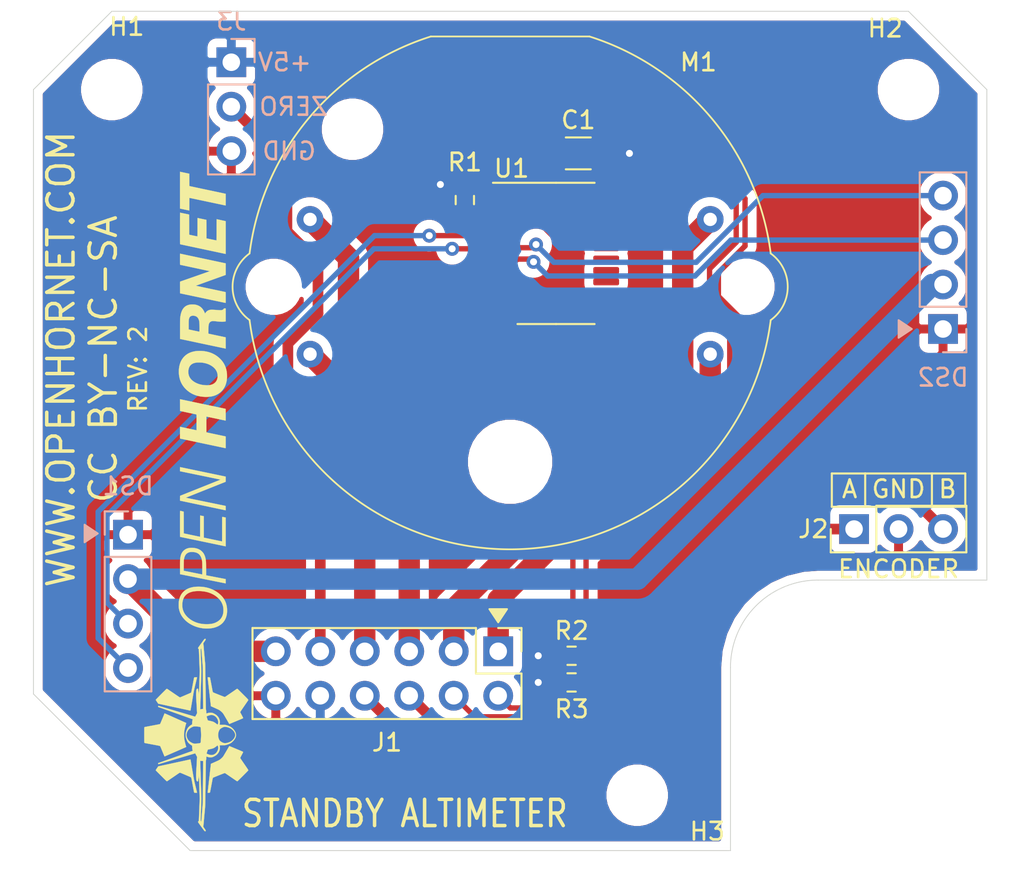
<source format=kicad_pcb>
(kicad_pcb (version 20171130) (host pcbnew "(5.1.9)-1")
  (layers (0 F.Cu signal) (31 B.Cu signal) (34 B.Paste user) (35 F.Paste user) (36 B.SilkS user) (37 F.SilkS user) (38 B.Mask user) (39 F.Mask user) (44 Edge.Cuts user))
  (net 0 "")
  (net 1 +3V3)
  (net 2 GND)
  (net 3 /CH_B)
  (net 4 /CH_A)
  (net 5 /ZERO_DETECT)
  (net 6 /COIL4)
  (net 7 /COIL3)
  (net 8 /COIL2)
  (net 9 /COIL1)
  (net 10 +5V)
  (net 11 /SD0)
  (net 12 /SC0)
  (net 13 /SD1)
  (net 14 /SC1)
  (net 15 /SCL)
  (net 16 /SDA)
  (net 17 "Net-(R1-Pad2)")
  (net 18 "Net-(U1-Pad20)")
  (net 19 "Net-(U1-Pad19)")
  (net 20 "Net-(U1-Pad18)")
  (net 21 "Net-(U1-Pad17)")
  (net 22 "Net-(U1-Pad16)")
  (net 23 "Net-(U1-Pad15)")
  (net 24 "Net-(U1-Pad14)")
  (net 25 "Net-(U1-Pad13)")
  (net 26 "Net-(U1-Pad11)")
  (net 27 "Net-(U1-Pad10)")
  (net 28 "Net-(U1-Pad9)")
  (net 29 "Net-(U1-Pad8)")
  (module Connector_PinHeader_2.54mm:PinHeader_2x06_P2.54mm_Vertical (layer F.Cu) (at 188.165515 108.090452 270)
    (fp_text reference J1 (at 5.207 6.35 180) (layer F.SilkS))
    (fp_text value ALT_CONN)
    (pad 12 thru_hole oval (at 2.54 12.7 270) (size 1.7 1.7) (drill 1) (layers *.Cu *.Mask) (net 2 GND))
    (pad 11 thru_hole oval (at 0 12.7 270) (size 1.7 1.7) (drill 1) (layers *.Cu *.Mask) (net 1 +3V3))
    (pad 10 thru_hole oval (at 2.54 10.16 270) (size 1.7 1.7) (drill 1) (layers *.Cu *.Mask) (net 10 +5V))
    (pad 9 thru_hole oval (at 0 10.16 270) (size 1.7 1.7) (drill 1) (layers *.Cu *.Mask) (net 5 /ZERO_DETECT))
    (pad 8 thru_hole oval (at 2.54 7.62 270) (size 1.7 1.7) (drill 1) (layers *.Cu *.Mask) (net 4 /CH_A))
    (pad 7 thru_hole oval (at 0 7.62 270) (size 1.7 1.7) (drill 1) (layers *.Cu *.Mask) (net 8 /COIL2))
    (pad 6 thru_hole oval (at 2.54 5.08 270) (size 1.7 1.7) (drill 1) (layers *.Cu *.Mask) (net 3 /CH_B))
    (pad 5 thru_hole oval (at 0 5.08 270) (size 1.7 1.7) (drill 1) (layers *.Cu *.Mask) (net 9 /COIL1))
    (pad 4 thru_hole oval (at 2.54 2.54 270) (size 1.7 1.7) (drill 1) (layers *.Cu *.Mask) (net 16 /SDA))
    (pad 3 thru_hole oval (at 0 2.54 270) (size 1.7 1.7) (drill 1) (layers *.Cu *.Mask) (net 6 /COIL4))
    (pad 2 thru_hole oval (at 2.54 0 270) (size 1.7 1.7) (drill 1) (layers *.Cu *.Mask) (net 15 /SCL))
    (pad 1 thru_hole rect (at 0 0 270) (size 1.7 1.7) (drill 1) (layers *.Cu *.Mask) (net 7 /COIL3))
  )
  (module "KiCAD Libraries:OH_LOGO_37.7mm_5.9mm" (layer F.Cu) (at 170.927515 99.539452 90)
    (fp_text reference G*** hide)
    (fp_text value LOGO hide)
  )
  (module MountingHole:MountingHole_2.5mm (layer F.Cu) (at 196.102017 116.313568)
    (fp_text reference H3 (at 4.001498 2.063884) (layer F.SilkS))
    (fp_text value MountingHole)
    (pad 1 np_thru_hole circle (at 0 0) (size 2.5 2.5) (drill 2.5) (layers *.Cu *.Mask))
  )
  (module MountingHole:MountingHole_2.5mm (layer F.Cu) (at 211.592098 75.997987)
    (fp_text reference H2 (at -1.328583 -3.5) (layer F.SilkS))
    (fp_text value MountingHole)
    (pad 1 np_thru_hole circle (at 0 0) (size 2.5 2.5) (drill 2.5) (layers *.Cu *.Mask))
  )
  (module MountingHole:MountingHole_2.5mm (layer F.Cu) (at 166.102018 75.997987)
    (fp_text reference H1 (at 0.854497 -3.594535) (layer F.SilkS))
    (fp_text value MountingHole)
    (pad 1 np_thru_hole circle (at 0 0) (size 2.5 2.5) (drill 2.5) (layers *.Cu *.Mask))
  )
  (module Package_SO:TSSOP-24_4.4x7.8mm_P0.65mm (layer F.Cu) (at 191.467515 85.357452)
    (fp_text reference U1 (at -2.54 -4.85) (layer F.SilkS))
    (fp_text value TCA9548APWR)
    (pad 24 smd roundrect (at 2.8625 -3.575) (size 1.475 0.4) (layers F.Cu F.Paste F.Mask) (net 10 +5V))
    (pad 23 smd roundrect (at 2.8625 -2.925) (size 1.475 0.4) (layers F.Cu F.Paste F.Mask) (net 16 /SDA))
    (pad 22 smd roundrect (at 2.8625 -2.275) (size 1.475 0.4) (layers F.Cu F.Paste F.Mask) (net 15 /SCL))
    (pad 21 smd roundrect (at 2.8625 -1.625) (size 1.475 0.4) (layers F.Cu F.Paste F.Mask) (net 2 GND))
    (pad 20 smd roundrect (at 2.8625 -0.975) (size 1.475 0.4) (layers F.Cu F.Paste F.Mask) (net 18 "Net-(U1-Pad20)"))
    (pad 19 smd roundrect (at 2.8625 -0.325) (size 1.475 0.4) (layers F.Cu F.Paste F.Mask) (net 19 "Net-(U1-Pad19)"))
    (pad 18 smd roundrect (at 2.8625 0.325) (size 1.475 0.4) (layers F.Cu F.Paste F.Mask) (net 20 "Net-(U1-Pad18)"))
    (pad 17 smd roundrect (at 2.8625 0.975) (size 1.475 0.4) (layers F.Cu F.Paste F.Mask) (net 21 "Net-(U1-Pad17)"))
    (pad 16 smd roundrect (at 2.8625 1.625) (size 1.475 0.4) (layers F.Cu F.Paste F.Mask) (net 22 "Net-(U1-Pad16)"))
    (pad 15 smd roundrect (at 2.8625 2.275) (size 1.475 0.4) (layers F.Cu F.Paste F.Mask) (net 23 "Net-(U1-Pad15)"))
    (pad 14 smd roundrect (at 2.8625 2.925) (size 1.475 0.4) (layers F.Cu F.Paste F.Mask) (net 24 "Net-(U1-Pad14)"))
    (pad 13 smd roundrect (at 2.8625 3.575) (size 1.475 0.4) (layers F.Cu F.Paste F.Mask) (net 25 "Net-(U1-Pad13)"))
    (pad 12 smd roundrect (at -2.8625 3.575) (size 1.475 0.4) (layers F.Cu F.Paste F.Mask) (net 2 GND))
    (pad 11 smd roundrect (at -2.8625 2.925) (size 1.475 0.4) (layers F.Cu F.Paste F.Mask) (net 26 "Net-(U1-Pad11)"))
    (pad 10 smd roundrect (at -2.8625 2.275) (size 1.475 0.4) (layers F.Cu F.Paste F.Mask) (net 27 "Net-(U1-Pad10)"))
    (pad 9 smd roundrect (at -2.8625 1.625) (size 1.475 0.4) (layers F.Cu F.Paste F.Mask) (net 28 "Net-(U1-Pad9)"))
    (pad 8 smd roundrect (at -2.8625 0.975) (size 1.475 0.4) (layers F.Cu F.Paste F.Mask) (net 29 "Net-(U1-Pad8)"))
    (pad 7 smd roundrect (at -2.8625 0.325) (size 1.475 0.4) (layers F.Cu F.Paste F.Mask) (net 14 /SC1))
    (pad 6 smd roundrect (at -2.8625 -0.325) (size 1.475 0.4) (layers F.Cu F.Paste F.Mask) (net 13 /SD1))
    (pad 5 smd roundrect (at -2.8625 -0.975) (size 1.475 0.4) (layers F.Cu F.Paste F.Mask) (net 12 /SC0))
    (pad 4 smd roundrect (at -2.8625 -1.625) (size 1.475 0.4) (layers F.Cu F.Paste F.Mask) (net 11 /SD0))
    (pad 3 smd roundrect (at -2.8625 -2.275) (size 1.475 0.4) (layers F.Cu F.Paste F.Mask) (net 17 "Net-(R1-Pad2)"))
    (pad 2 smd roundrect (at -2.8625 -2.925) (size 1.475 0.4) (layers F.Cu F.Paste F.Mask) (net 2 GND))
    (pad 1 smd roundrect (at -2.8625 -3.575) (size 1.475 0.4) (layers F.Cu F.Paste F.Mask) (net 2 GND))
  )
  (module Resistor_SMD:R_0603_1608Metric (layer F.Cu) (at 192.356515 109.868452)
    (fp_text reference R3 (at 0 1.524) (layer F.SilkS))
    (fp_text value 10K)
    (pad 2 smd roundrect (at 0.825 0) (size 0.8 0.95) (layers F.Cu F.Paste F.Mask) (net 15 /SCL))
    (pad 1 smd roundrect (at -0.825 0) (size 0.8 0.95) (layers F.Cu F.Paste F.Mask) (net 10 +5V))
  )
  (module Resistor_SMD:R_0603_1608Metric (layer F.Cu) (at 192.356515 108.344452)
    (fp_text reference R2 (at 0 -1.43) (layer F.SilkS))
    (fp_text value 10K)
    (pad 2 smd roundrect (at 0.825 0) (size 0.8 0.95) (layers F.Cu F.Paste F.Mask) (net 16 /SDA))
    (pad 1 smd roundrect (at -0.825 0) (size 0.8 0.95) (layers F.Cu F.Paste F.Mask) (net 10 +5V))
  )
  (module Resistor_SMD:R_0603_1608Metric (layer F.Cu) (at 186.260515 82.309452 270)
    (fp_text reference R1 (at -2.159 0) (layer F.SilkS))
    (fp_text value 10K)
    (pad 2 smd roundrect (at 0.825 0 270) (size 0.8 0.95) (layers F.Cu F.Paste F.Mask) (net 17 "Net-(R1-Pad2)"))
    (pad 1 smd roundrect (at -0.825 0 270) (size 0.8 0.95) (layers F.Cu F.Paste F.Mask) (net 10 +5V))
  )
  (module "KiCAD Libraries:VID29-02" (layer F.Cu) (at 189.012058 87.263953)
    (fp_text reference M1 (at 10.583457 -12.828501) (layer F.SilkS))
    (fp_text value VID29-02)
    (pad "" np_thru_hole circle (at -0.165 10) (size 3.8 3.8) (drill 3.8) (layers *.Cu *.Mask))
    (pad "" np_thru_hole circle (at -9.165 -9) (size 2.5 2.5) (drill 2.5) (layers *.Cu *.Mask))
    (pad "" np_thru_hole circle (at 13.335 0) (size 2.2 2.2) (drill 2.2) (layers *.Cu *.Mask))
    (pad "" np_thru_hole circle (at -13.665 0) (size 2.2 2.2) (drill 2.2) (layers *.Cu *.Mask))
    (pad 4 thru_hole circle (at 11.26 -3.85) (size 1.524 1.524) (drill 0.762) (layers *.Cu *.Mask) (net 6 /COIL4))
    (pad 3 thru_hole circle (at 11.26 3.85) (size 1.524 1.524) (drill 0.762) (layers *.Cu *.Mask) (net 7 /COIL3))
    (pad 2 thru_hole circle (at -11.59 3.85) (size 1.524 1.524) (drill 0.762) (layers *.Cu *.Mask) (net 8 /COIL2))
    (pad 1 thru_hole circle (at -11.59 -3.85) (size 1.524 1.524) (drill 0.762) (layers *.Cu *.Mask) (net 9 /COIL1))
  )
  (module Connector_PinHeader_2.54mm:PinHeader_1x03_P2.54mm_Vertical (layer B.Cu) (at 172.925515 74.435452 180)
    (fp_text reference J3 (at 0 2.33) (layer B.SilkS) (effects (justify mirror)))
    (fp_text value ZERO)
    (pad 3 thru_hole oval (at 0 -5.08 180) (size 1.7 1.7) (drill 1) (layers *.Cu *.Mask) (net 2 GND))
    (pad 2 thru_hole oval (at 0 -2.54 180) (size 1.7 1.7) (drill 1) (layers *.Cu *.Mask) (net 5 /ZERO_DETECT))
    (pad 1 thru_hole rect (at 0 0 180) (size 1.7 1.7) (drill 1) (layers *.Cu *.Mask) (net 10 +5V))
  )
  (module Connector_PinHeader_2.54mm:PinHeader_1x03_P2.54mm_Vertical (layer F.Cu) (at 208.485515 101.105452 90)
    (fp_text reference J2 (at 0 -2.33 180) (layer F.SilkS))
    (fp_text value ENCODER (at -2.286 2.54 180) (layer F.SilkS))
    (pad 3 thru_hole oval (at 0 5.08 90) (size 1.7 1.7) (drill 1) (layers *.Cu *.Mask) (net 3 /CH_B))
    (pad 2 thru_hole oval (at 0 2.54 90) (size 1.7 1.7) (drill 1) (layers *.Cu *.Mask) (net 2 GND))
    (pad 1 thru_hole rect (at 0 0 90) (size 1.7 1.7) (drill 1) (layers *.Cu *.Mask) (net 4 /CH_A))
  )
  (module Connector_PinSocket_2.54mm:PinSocket_1x04_P2.54mm_Vertical (layer B.Cu) (at 213.565515 89.675452)
    (fp_text reference DS2 (at 0 2.77) (layer B.SilkS) (effects (justify mirror)))
    (fp_text value PRESS_DISP)
    (pad 4 thru_hole oval (at 0 -7.62) (size 1.7 1.7) (drill 1) (layers *.Cu *.Mask) (net 13 /SD1))
    (pad 3 thru_hole oval (at 0 -5.08) (size 1.7 1.7) (drill 1) (layers *.Cu *.Mask) (net 14 /SC1))
    (pad 2 thru_hole oval (at 0 -2.54) (size 1.7 1.7) (drill 1) (layers *.Cu *.Mask) (net 1 +3V3))
    (pad 1 thru_hole rect (at 0 0) (size 1.7 1.7) (drill 1) (layers *.Cu *.Mask) (net 2 GND))
  )
  (module Connector_PinSocket_2.54mm:PinSocket_1x04_P2.54mm_Vertical (layer B.Cu) (at 167.028601 101.427091 180)
    (fp_text reference DS1 (at 0 2.77) (layer B.SilkS) (effects (justify mirror)))
    (fp_text value 10K_ALT_DISP)
    (pad 4 thru_hole oval (at 0 -7.62 180) (size 1.7 1.7) (drill 1) (layers *.Cu *.Mask) (net 11 /SD0))
    (pad 3 thru_hole oval (at 0 -5.08 180) (size 1.7 1.7) (drill 1) (layers *.Cu *.Mask) (net 12 /SC0))
    (pad 2 thru_hole oval (at 0 -2.54 180) (size 1.7 1.7) (drill 1) (layers *.Cu *.Mask) (net 1 +3V3))
    (pad 1 thru_hole rect (at 0 0 180) (size 1.7 1.7) (drill 1) (layers *.Cu *.Mask) (net 2 GND))
  )
  (module Capacitor_SMD:C_1206_3216Metric (layer F.Cu) (at 192.737515 79.642452 180)
    (fp_text reference C1 (at 0 1.905) (layer F.SilkS))
    (fp_text value 47uF)
    (pad 2 smd roundrect (at 1.475 0 180) (size 1.15 1.8) (layers F.Cu F.Paste F.Mask) (roundrect_rratio 0.217391) (net 2 GND))
    (pad 1 smd roundrect (at -1.475 0 180) (size 1.15 1.8) (layers F.Cu F.Paste F.Mask) (roundrect_rratio 0.217391) (net 10 +5V))
  )
  (gr_poly (pts (xy 188.165515 106.439452) (xy 187.657515 105.677452) (xy 188.673515 105.677452)) (layer F.SilkS) (width 0.1))
  (gr_text "WWW.OPENHORNET.COM\nCC BY-NC-SA" (at 164.409515 91.398552 90) (layer F.SilkS) (effects (font (size 1.5 1.5) (thickness 0.2))))
  (gr_text "REV: 2" (at 167.591515 91.961452 90) (layer F.SilkS) (effects (font (size 1 1))))
  (gr_poly (pts (xy 211.787515 89.675452) (xy 211.025515 90.183452) (xy 211.025515 89.167452)) (layer B.SilkS) (width 0.1))
  (gr_poly (pts (xy 165.305515 101.359452) (xy 164.543515 101.867452) (xy 164.543515 100.851452)) (layer B.SilkS) (width 0.1))
  (gr_text GND (at 176.227515 79.515452) (layer B.SilkS) (effects (font (size 1 1)) (justify mirror)))
  (gr_text ZERO (at 176.481515 76.975452) (layer B.SilkS) (effects (font (size 1 1)) (justify mirror)))
  (gr_text +5V (at 175.973515 74.435452) (layer B.SilkS) (effects (font (size 1 1)) (justify mirror)))
  (gr_line (start 214.835515 97.930452) (end 209.120515 97.930452) (layer F.SilkS) (width 0.12))
  (gr_line (start 214.835515 99.835452) (end 214.835515 97.930452) (layer F.SilkS) (width 0.12))
  (gr_line (start 212.930515 99.835452) (end 214.835515 99.835452) (layer F.SilkS) (width 0.12))
  (gr_line (start 209.120515 99.835452) (end 212.930515 99.835452) (layer F.SilkS) (width 0.12))
  (gr_line (start 207.215515 99.835452) (end 209.120515 99.835452) (layer F.SilkS) (width 0.12))
  (gr_line (start 207.215515 97.930452) (end 207.215515 99.835452) (layer F.SilkS) (width 0.12))
  (gr_line (start 209.120515 97.930452) (end 207.215515 97.930452) (layer F.SilkS) (width 0.12))
  (gr_line (start 212.930515 97.930452) (end 212.930515 99.835452) (layer F.SilkS) (width 0.12))
  (gr_line (start 209.120515 97.930452) (end 209.120515 99.835452) (layer F.SilkS) (width 0.12))
  (gr_text B (at 213.819515 98.819452) (layer F.SilkS) (effects (font (size 1 1))))
  (gr_text GND (at 211.025515 98.819452) (layer F.SilkS) (effects (font (size 1 1))))
  (gr_text A (at 208.231515 98.819452) (layer F.SilkS) (effects (font (size 1 1))))
  (gr_text "STANDBY ALTIMETER" (at 182.831515 117.361452) (layer F.SilkS) (effects (font (size 1.5 1.25) (thickness 0.2))))
  (gr_line (start 216.065515 104.02053) (end 216.065515 75.997987) (layer Edge.Cuts) (width 0.05))
  (gr_line (start 161.628601 110.529917) (end 170.575435 119.476751) (layer Edge.Cuts) (width 0.05))
  (gr_line (start 201.428015 119.476751) (end 201.428015 109.02053) (layer Edge.Cuts) (width 0.05))
  (gr_line (start 206.428015 104.02053) (end 216.065515 104.02053) (layer Edge.Cuts) (width 0.05))
  (gr_line (start 216.065515 75.997987) (end 211.592098 71.52457) (layer Edge.Cuts) (width 0.05))
  (gr_line (start 211.592098 71.52457) (end 166.102018 71.52457) (layer Edge.Cuts) (width 0.05))
  (gr_line (start 170.575435 119.476751) (end 201.428015 119.476751) (layer Edge.Cuts) (width 0.05))
  (gr_line (start 161.628601 75.997987) (end 161.628601 110.529917) (layer Edge.Cuts) (width 0.05))
  (gr_arc (start 206.428015 109.02053) (end 206.428015 104.02053) (angle -90) (layer Edge.Cuts) (width 0.05))
  (gr_line (start 166.102018 71.52457) (end 161.628601 75.997987) (layer Edge.Cuts) (width 0.05))
  (segment (start 171.151962 108.090452) (end 167.028601 103.967091) (width 1.2192) (layer F.Cu) (net 1))
  (segment (start 175.465515 108.090452) (end 171.151962 108.090452) (width 1.2192) (layer F.Cu) (net 1))
  (segment (start 167.028601 103.967091) (end 196.116594 103.967091) (width 1.2192) (layer B.Cu) (net 1))
  (segment (start 196.116594 103.967091) (end 212.948233 87.135452) (width 1.2192) (layer B.Cu) (net 1))
  (segment (start 212.948233 87.135452) (end 213.565515 87.135452) (width 1.2192) (layer B.Cu) (net 1))
  (segment (start 194.330015 83.732452) (end 196.070515 83.732452) (width 0.3048) (layer F.Cu) (net 2))
  (segment (start 194.330015 83.732452) (end 192.940515 83.732452) (width 0.3048) (layer F.Cu) (net 2))
  (segment (start 188.605015 81.782452) (end 190.014515 81.782452) (width 0.3048) (layer F.Cu) (net 2))
  (segment (start 190.014515 81.782452) (end 190.007515 81.789452) (width 0.3048) (layer F.Cu) (net 2))
  (segment (start 190.007515 81.789452) (end 190.007515 82.369452) (width 0.3048) (layer F.Cu) (net 2))
  (segment (start 189.944515 82.432452) (end 188.605015 82.432452) (width 0.3048) (layer F.Cu) (net 2))
  (segment (start 190.007515 82.369452) (end 189.944515 82.432452) (width 0.3048) (layer F.Cu) (net 2))
  (segment (start 189.342515 82.432452) (end 191.397515 84.487452) (width 0.3048) (layer F.Cu) (net 2))
  (segment (start 188.605015 82.432452) (end 189.342515 82.432452) (width 0.3048) (layer F.Cu) (net 2))
  (segment (start 191.397515 84.487452) (end 191.397515 87.489452) (width 0.3048) (layer F.Cu) (net 2))
  (segment (start 189.954515 88.932452) (end 188.605015 88.932452) (width 0.3048) (layer F.Cu) (net 2))
  (segment (start 191.397515 87.489452) (end 189.954515 88.932452) (width 0.3048) (layer F.Cu) (net 2))
  (segment (start 188.605015 88.932452) (end 187.144515 88.932452) (width 0.3048) (layer F.Cu) (net 2))
  (segment (start 211.533515 99.073452) (end 213.565515 101.105452) (width 0.6096) (layer F.Cu) (net 3))
  (segment (start 193.838935 111.35307) (end 193.882559 111.35307) (width 0.6096) (layer F.Cu) (net 3))
  (segment (start 183.085515 110.630452) (end 184.990515 112.535452) (width 0.6096) (layer F.Cu) (net 3))
  (segment (start 204.798553 99.073452) (end 211.533515 99.073452) (width 0.6096) (layer F.Cu) (net 3))
  (segment (start 194.591136 110.644493) (end 194.591136 109.280869) (width 0.6096) (layer F.Cu) (net 3))
  (segment (start 193.882559 111.35307) (end 194.591136 110.644493) (width 0.6096) (layer F.Cu) (net 3))
  (segment (start 184.990515 112.535452) (end 192.656553 112.535452) (width 0.6096) (layer F.Cu) (net 3))
  (segment (start 192.656553 112.535452) (end 193.838935 111.35307) (width 0.6096) (layer F.Cu) (net 3))
  (segment (start 194.591136 109.280869) (end 204.798553 99.073452) (width 0.6096) (layer F.Cu) (net 3))
  (segment (start 205.241515 101.105452) (end 208.485515 101.105452) (width 0.6096) (layer F.Cu) (net 4))
  (segment (start 203.911515 101.105452) (end 205.241515 101.105452) (width 0.6096) (layer F.Cu) (net 4))
  (segment (start 195.400747 109.61622) (end 203.911515 101.105452) (width 0.6096) (layer F.Cu) (net 4))
  (segment (start 195.400747 110.979844) (end 195.400747 109.61622) (width 0.6096) (layer F.Cu) (net 4))
  (segment (start 194.21791 112.162681) (end 195.400747 110.979844) (width 0.6096) (layer F.Cu) (net 4))
  (segment (start 180.545515 110.630452) (end 183.260126 113.345063) (width 0.6096) (layer F.Cu) (net 4))
  (segment (start 183.260126 113.345063) (end 192.991904 113.345063) (width 0.6096) (layer F.Cu) (net 4))
  (segment (start 192.991904 113.345063) (end 194.174286 112.162681) (width 0.6096) (layer F.Cu) (net 4))
  (segment (start 194.174286 112.162681) (end 194.21791 112.162681) (width 0.6096) (layer F.Cu) (net 4))
  (segment (start 177.874693 88.786452) (end 177.874693 85.86163) (width 0.6096) (layer F.Cu) (net 5))
  (segment (start 176.100515 84.087452) (end 176.100515 80.150452) (width 0.6096) (layer F.Cu) (net 5))
  (segment (start 176.155257 90.505888) (end 177.874693 88.786452) (width 0.6096) (layer F.Cu) (net 5))
  (segment (start 177.874693 85.86163) (end 176.100515 84.087452) (width 0.6096) (layer F.Cu) (net 5))
  (segment (start 176.155257 93.159194) (end 176.155257 90.505888) (width 0.6096) (layer F.Cu) (net 5))
  (segment (start 178.005515 95.009452) (end 176.155257 93.159194) (width 0.6096) (layer F.Cu) (net 5))
  (segment (start 176.100515 80.150452) (end 172.925515 76.975452) (width 0.6096) (layer F.Cu) (net 5))
  (segment (start 178.005515 108.090452) (end 178.005515 95.009452) (width 0.6096) (layer F.Cu) (net 5))
  (segment (start 198.700457 84.985554) (end 200.272058 83.413953) (width 1.2192) (layer F.Cu) (net 6))
  (segment (start 185.625515 105.677452) (end 185.625515 108.090452) (width 1.2192) (layer F.Cu) (net 6))
  (segment (start 185.625515 105.677452) (end 198.700457 92.60251) (width 1.2192) (layer F.Cu) (net 6))
  (segment (start 198.700457 92.60251) (end 198.700457 84.985554) (width 1.2192) (layer F.Cu) (net 6))
  (segment (start 188.165515 105.144518) (end 188.165515 108.090452) (width 1.2192) (layer F.Cu) (net 7))
  (segment (start 188.165515 105.144518) (end 200.272058 93.037975) (width 1.2192) (layer F.Cu) (net 7))
  (segment (start 200.272058 93.037975) (end 200.272058 91.113953) (width 1.2192) (layer F.Cu) (net 7))
  (segment (start 180.545515 94.23741) (end 177.422058 91.113953) (width 1.2192) (layer F.Cu) (net 8))
  (segment (start 180.545515 108.090452) (end 180.545515 94.23741) (width 1.2192) (layer F.Cu) (net 8))
  (segment (start 179.617515 91.209452) (end 179.617515 85.60941) (width 1.2192) (layer F.Cu) (net 9))
  (segment (start 183.085515 94.677452) (end 179.617515 91.209452) (width 1.2192) (layer F.Cu) (net 9))
  (segment (start 179.617515 85.60941) (end 177.422058 83.413953) (width 1.2192) (layer F.Cu) (net 9))
  (segment (start 183.085515 108.090452) (end 183.085515 94.677452) (width 1.2192) (layer F.Cu) (net 9))
  (via (at 190.451515 109.868452) (size 0.8) (drill 0.4) (layers F.Cu B.Cu) (net 10))
  (segment (start 191.531515 109.868452) (end 190.451515 109.868452) (width 0.6096) (layer F.Cu) (net 10))
  (via (at 190.451515 108.344452) (size 0.8) (drill 0.4) (layers F.Cu B.Cu) (net 10))
  (segment (start 191.531515 108.344452) (end 190.451515 108.344452) (width 0.6096) (layer F.Cu) (net 10))
  (segment (start 194.212515 79.642452) (end 195.658515 81.088452) (width 0.3048) (layer F.Cu) (net 10))
  (segment (start 195.658515 81.088452) (end 195.658515 81.547452) (width 0.3048) (layer F.Cu) (net 10))
  (segment (start 195.423515 81.782452) (end 194.330015 81.782452) (width 0.3048) (layer F.Cu) (net 10))
  (segment (start 195.658515 81.547452) (end 195.423515 81.782452) (width 0.3048) (layer F.Cu) (net 10))
  (via (at 195.658515 79.642452) (size 0.8) (drill 0.4) (layers F.Cu B.Cu) (net 10))
  (segment (start 194.212515 79.642452) (end 195.658515 79.642452) (width 0.6096) (layer F.Cu) (net 10))
  (via (at 184.863515 81.420452) (size 0.8) (drill 0.4) (layers F.Cu B.Cu) (net 10))
  (segment (start 184.927515 81.484452) (end 184.863515 81.420452) (width 0.6096) (layer F.Cu) (net 10))
  (segment (start 186.260515 81.484452) (end 184.927515 81.484452) (width 0.6096) (layer F.Cu) (net 10))
  (via (at 184.228515 84.341452) (size 0.8) (drill 0.4) (layers F.Cu B.Cu) (net 11))
  (segment (start 187.813797 83.732452) (end 188.605015 83.732452) (width 0.3048) (layer F.Cu) (net 11))
  (segment (start 187.204797 84.341452) (end 187.813797 83.732452) (width 0.3048) (layer F.Cu) (net 11))
  (segment (start 184.228515 84.341452) (end 187.204797 84.341452) (width 0.3048) (layer F.Cu) (net 11))
  (segment (start 165.32139 100.121667) (end 181.101605 84.341452) (width 0.3048) (layer B.Cu) (net 11))
  (segment (start 181.101605 84.341452) (end 184.228515 84.341452) (width 0.3048) (layer B.Cu) (net 11))
  (segment (start 167.028601 109.047091) (end 165.32139 107.33988) (width 0.3048) (layer B.Cu) (net 11))
  (segment (start 165.32139 107.33988) (end 165.32139 100.121667) (width 0.3048) (layer B.Cu) (net 11))
  (segment (start 188.605015 84.382452) (end 187.877707 84.382452) (width 0.3048) (layer F.Cu) (net 12))
  (via (at 185.53481 85.093862) (size 0.8) (drill 0.4) (layers F.Cu B.Cu) (net 12))
  (segment (start 187.166297 85.093862) (end 185.53481 85.093862) (width 0.3048) (layer F.Cu) (net 12))
  (segment (start 187.877707 84.382452) (end 187.166297 85.093862) (width 0.3048) (layer F.Cu) (net 12))
  (segment (start 165.8262 105.30469) (end 165.8262 100.330767) (width 0.3048) (layer B.Cu) (net 12))
  (segment (start 167.028601 106.507091) (end 165.8262 105.30469) (width 0.3048) (layer B.Cu) (net 12))
  (segment (start 181.063105 85.093862) (end 185.53481 85.093862) (width 0.3048) (layer B.Cu) (net 12))
  (segment (start 165.8262 100.330767) (end 181.063105 85.093862) (width 0.3048) (layer B.Cu) (net 12))
  (segment (start 213.565515 82.055452) (end 203.279873 82.055452) (width 0.3048) (layer B.Cu) (net 13))
  (segment (start 203.279873 82.055452) (end 199.469873 85.865452) (width 0.3048) (layer B.Cu) (net 13))
  (segment (start 199.469873 85.865452) (end 191.340515 85.865452) (width 0.3048) (layer B.Cu) (net 13))
  (via (at 190.324515 84.849452) (size 0.8) (drill 0.4) (layers F.Cu B.Cu) (net 13))
  (segment (start 191.340515 85.865452) (end 190.324515 84.849452) (width 0.3048) (layer B.Cu) (net 13))
  (segment (start 190.141515 85.032452) (end 188.605015 85.032452) (width 0.3048) (layer F.Cu) (net 13))
  (segment (start 190.324515 84.849452) (end 190.141515 85.032452) (width 0.3048) (layer F.Cu) (net 13))
  (segment (start 199.402784 86.646451) (end 190.99013 86.646451) (width 0.3048) (layer B.Cu) (net 14))
  (segment (start 188.605015 85.682452) (end 190.026131 85.682452) (width 0.3048) (layer F.Cu) (net 14))
  (via (at 190.183092 85.839413) (size 0.8) (drill 0.4) (layers F.Cu B.Cu) (net 14))
  (segment (start 213.565515 84.595452) (end 201.453783 84.595452) (width 0.3048) (layer B.Cu) (net 14))
  (segment (start 201.453783 84.595452) (end 199.402784 86.646451) (width 0.3048) (layer B.Cu) (net 14))
  (segment (start 190.026131 85.682452) (end 190.183092 85.839413) (width 0.3048) (layer F.Cu) (net 14))
  (segment (start 190.99013 86.646451) (end 190.183092 85.839413) (width 0.3048) (layer B.Cu) (net 14))
  (segment (start 188.165515 110.630452) (end 188.863105 111.328042) (width 0.3048) (layer F.Cu) (net 15))
  (segment (start 188.863105 111.328042) (end 191.721925 111.328042) (width 0.3048) (layer F.Cu) (net 15))
  (segment (start 191.721925 111.328042) (end 193.181515 109.868452) (width 0.3048) (layer F.Cu) (net 15))
  (segment (start 201.386459 93.816598) (end 192.429105 102.773952) (width 0.3048) (layer F.Cu) (net 15))
  (segment (start 201.754515 84.722452) (end 200.233704 86.243263) (width 0.3048) (layer F.Cu) (net 15))
  (segment (start 195.678335 83.082452) (end 197.213335 81.547452) (width 0.3048) (layer F.Cu) (net 15))
  (segment (start 201.754515 82.436452) (end 201.754515 84.722452) (width 0.3048) (layer F.Cu) (net 15))
  (segment (start 192.429105 109.116042) (end 193.181515 109.868452) (width 0.3048) (layer F.Cu) (net 15))
  (segment (start 194.330015 83.082452) (end 195.678335 83.082452) (width 0.3048) (layer F.Cu) (net 15))
  (segment (start 200.233704 88.014063) (end 201.386459 89.166818) (width 0.3048) (layer F.Cu) (net 15))
  (segment (start 200.865515 81.547452) (end 201.754515 82.436452) (width 0.3048) (layer F.Cu) (net 15))
  (segment (start 192.429105 102.773952) (end 192.429105 109.116042) (width 0.3048) (layer F.Cu) (net 15))
  (segment (start 200.233704 86.243263) (end 200.233704 88.014063) (width 0.3048) (layer F.Cu) (net 15))
  (segment (start 197.213335 81.547452) (end 200.865515 81.547452) (width 0.3048) (layer F.Cu) (net 15))
  (segment (start 201.386459 89.166818) (end 201.386459 93.816598) (width 0.3048) (layer F.Cu) (net 15))
  (segment (start 195.614425 82.432452) (end 194.330015 82.432452) (width 0.3048) (layer F.Cu) (net 16))
  (segment (start 202.259326 82.227353) (end 201.074614 81.042641) (width 0.3048) (layer F.Cu) (net 16))
  (segment (start 202.259326 84.931551) (end 202.259326 82.227353) (width 0.3048) (layer F.Cu) (net 16))
  (segment (start 200.738515 86.452362) (end 202.259326 84.931551) (width 0.3048) (layer F.Cu) (net 16))
  (segment (start 193.181515 102.735452) (end 201.891272 94.025695) (width 0.3048) (layer F.Cu) (net 16))
  (segment (start 197.004236 81.042641) (end 195.614425 82.432452) (width 0.3048) (layer F.Cu) (net 16))
  (segment (start 201.074614 81.042641) (end 197.004236 81.042641) (width 0.3048) (layer F.Cu) (net 16))
  (segment (start 201.891272 88.957721) (end 200.738515 87.804964) (width 0.3048) (layer F.Cu) (net 16))
  (segment (start 201.891272 94.025695) (end 201.891272 88.957721) (width 0.3048) (layer F.Cu) (net 16))
  (segment (start 200.738515 87.804964) (end 200.738515 86.452362) (width 0.3048) (layer F.Cu) (net 16))
  (segment (start 193.181515 108.344452) (end 193.181515 102.735452) (width 0.3048) (layer F.Cu) (net 16))
  (segment (start 193.610331 110.695862) (end 193.933925 110.372268) (width 0.3048) (layer F.Cu) (net 16))
  (segment (start 193.933925 109.096862) (end 193.181515 108.344452) (width 0.3048) (layer F.Cu) (net 16))
  (segment (start 193.933925 110.372268) (end 193.933925 109.096862) (width 0.3048) (layer F.Cu) (net 16))
  (segment (start 193.566707 110.695862) (end 193.610331 110.695862) (width 0.3048) (layer F.Cu) (net 16))
  (segment (start 192.429716 111.832853) (end 193.566707 110.695862) (width 0.3048) (layer F.Cu) (net 16))
  (segment (start 186.827916 111.832853) (end 192.429716 111.832853) (width 0.3048) (layer F.Cu) (net 16))
  (segment (start 185.625515 110.630452) (end 186.827916 111.832853) (width 0.3048) (layer F.Cu) (net 16))
  (segment (start 188.553015 83.134452) (end 188.605015 83.082452) (width 0.3048) (layer F.Cu) (net 17))
  (segment (start 186.260515 83.134452) (end 188.553015 83.134452) (width 0.3048) (layer F.Cu) (net 17))
  (zone (net 2) (net_name GND) (layer F.Cu) (connect_pads (clearance 0.508)) (min_thickness 0.254) (fill yes (arc_segments 32) (thermal_gap 0.508) (thermal_bridge_width 0.508))
    (polygon (pts (xy 218.137515 121.679452) (xy 159.717515 121.679452) (xy 159.717515 70.879452) (xy 218.137515 70.879452)))
  )
  (zone (net 10) (net_name +5V) (layer B.Cu) (connect_pads (clearance 0.508)) (min_thickness 0.254) (fill yes (arc_segments 32) (thermal_gap 0.508) (thermal_bridge_width 0.508))
    (polygon (pts (xy 218.137515 121.679452) (xy 159.717515 121.679452) (xy 159.717515 70.879452) (xy 218.137515 70.879452)))
  )
)
</source>
